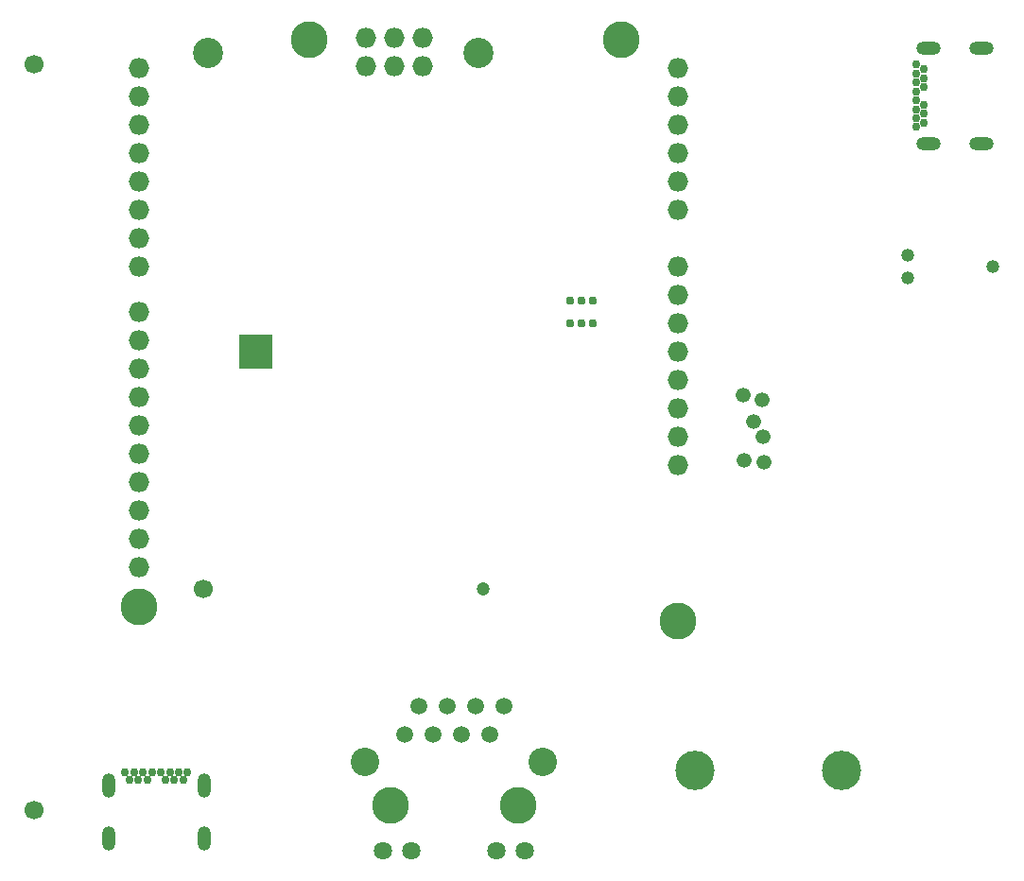
<source format=gbr>
G04 #@! TF.GenerationSoftware,KiCad,Pcbnew,6.0.1-79c1e3a40b~116~ubuntu20.04.1*
G04 #@! TF.CreationDate,2022-01-16T22:43:04+01:00*
G04 #@! TF.ProjectId,stm32mp1-custom-devboard,73746d33-326d-4703-912d-637573746f6d,V3.0*
G04 #@! TF.SameCoordinates,Original*
G04 #@! TF.FileFunction,Soldermask,Bot*
G04 #@! TF.FilePolarity,Negative*
%FSLAX46Y46*%
G04 Gerber Fmt 4.6, Leading zero omitted, Abs format (unit mm)*
G04 Created by KiCad (PCBNEW 6.0.1-79c1e3a40b~116~ubuntu20.04.1) date 2022-01-16 22:43:04*
%MOMM*%
%LPD*%
G01*
G04 APERTURE LIST*
G04 Aperture macros list*
%AMRoundRect*
0 Rectangle with rounded corners*
0 $1 Rounding radius*
0 $2 $3 $4 $5 $6 $7 $8 $9 X,Y pos of 4 corners*
0 Add a 4 corners polygon primitive as box body*
4,1,4,$2,$3,$4,$5,$6,$7,$8,$9,$2,$3,0*
0 Add four circle primitives for the rounded corners*
1,1,$1+$1,$2,$3*
1,1,$1+$1,$4,$5*
1,1,$1+$1,$6,$7*
1,1,$1+$1,$8,$9*
0 Add four rect primitives between the rounded corners*
20,1,$1+$1,$2,$3,$4,$5,0*
20,1,$1+$1,$4,$5,$6,$7,0*
20,1,$1+$1,$6,$7,$8,$9,0*
20,1,$1+$1,$8,$9,$2,$3,0*%
G04 Aperture macros list end*
%ADD10C,1.700000*%
%ADD11C,0.770000*%
%ADD12C,2.700000*%
%ADD13C,1.200000*%
%ADD14RoundRect,0.050000X-0.500000X0.500000X-0.500000X-0.500000X0.500000X-0.500000X0.500000X0.500000X0*%
%ADD15C,3.297860*%
%ADD16C,1.497000*%
%ADD17C,1.629080*%
%ADD18C,2.543480*%
%ADD19C,3.519200*%
%ADD20C,3.300000*%
%ADD21O,1.827200X1.827200*%
%ADD22C,1.330000*%
%ADD23C,0.750000*%
%ADD24O,1.203200X2.203200*%
%ADD25O,2.203200X1.203200*%
%ADD26C,1.190600*%
G04 APERTURE END LIST*
D10*
X124800000Y-68900000D03*
X124800000Y-135700000D03*
D11*
X172820000Y-90090000D03*
X174820000Y-90090000D03*
X172820000Y-92090000D03*
X173820000Y-90090000D03*
X174820000Y-92090000D03*
X173820000Y-92090000D03*
D12*
X140400000Y-67837500D03*
D10*
X140000000Y-115887500D03*
D12*
X164600000Y-67837500D03*
D13*
X165000000Y-115887500D03*
D14*
X145660000Y-93600000D03*
X144660000Y-94600000D03*
X143660000Y-94600000D03*
X143660000Y-95600000D03*
X143660000Y-93600000D03*
X144660000Y-95600000D03*
X145660000Y-95600000D03*
X144660000Y-93600000D03*
X145660000Y-94600000D03*
D15*
X156705000Y-135230000D03*
X168135000Y-135230000D03*
D16*
X157980080Y-128880000D03*
X159242460Y-126340000D03*
X160520080Y-128880000D03*
X161782460Y-126340000D03*
X163057540Y-128880000D03*
X164319920Y-126340000D03*
X165597540Y-128880000D03*
X166859920Y-126340000D03*
D17*
X156095400Y-139339720D03*
X158635400Y-139339720D03*
X166204600Y-139339720D03*
X168744600Y-139339720D03*
D18*
X154472340Y-131331100D03*
X170367660Y-131331100D03*
D19*
X183980000Y-132140000D03*
X197120000Y-132140000D03*
D20*
X177372500Y-66665000D03*
X149432500Y-66665000D03*
X134192500Y-117465000D03*
X182452500Y-118735000D03*
D21*
X182452500Y-97145000D03*
X182452500Y-94605000D03*
X154512500Y-66538000D03*
X182452500Y-81905000D03*
X182452500Y-79365000D03*
X182452500Y-76825000D03*
X182452500Y-74285000D03*
X182452500Y-71745000D03*
X182452500Y-69205000D03*
X134192500Y-108829000D03*
X182452500Y-104765000D03*
X134192500Y-69205000D03*
X134192500Y-71745000D03*
X134192500Y-74285000D03*
X134192500Y-76825000D03*
X134192500Y-79365000D03*
X134192500Y-81905000D03*
X134192500Y-84445000D03*
X134192500Y-86985000D03*
X134192500Y-91049000D03*
X134192500Y-93589000D03*
X134192500Y-96129000D03*
X134192500Y-98669000D03*
X134192500Y-101209000D03*
X134192500Y-103749000D03*
X134192500Y-106289000D03*
X182452500Y-92065000D03*
X182452500Y-89525000D03*
X159592500Y-66538000D03*
X182452500Y-102225000D03*
X154512500Y-69078000D03*
X157052500Y-66538000D03*
X182452500Y-99685000D03*
X159592500Y-69078000D03*
X157052500Y-69078000D03*
X134192500Y-113909000D03*
X134192500Y-111369000D03*
X182452500Y-86985000D03*
D22*
X190160000Y-104530000D03*
D23*
X138565000Y-132315000D03*
X138165000Y-133015000D03*
X137365000Y-133015000D03*
X136965000Y-132315000D03*
X136565000Y-133015000D03*
X136165000Y-132315000D03*
X135365000Y-132315000D03*
X134965000Y-133015000D03*
X134565000Y-132315000D03*
X134165000Y-133015000D03*
X133365000Y-133015000D03*
X132965000Y-132315000D03*
D24*
X131495000Y-133465000D03*
X140035000Y-133465000D03*
X140035000Y-138195000D03*
X131495000Y-138195000D03*
D23*
X133765000Y-132315000D03*
X137765000Y-132315000D03*
D22*
X188300000Y-98500000D03*
X189240000Y-100860000D03*
X190100000Y-102200000D03*
X189970000Y-98910000D03*
D23*
X203789992Y-68909991D03*
X204489992Y-69309991D03*
X204489992Y-70109991D03*
X203789992Y-70509991D03*
X204489992Y-70909991D03*
X203789992Y-71309991D03*
X203789992Y-72109991D03*
X204489992Y-72509991D03*
X203789992Y-72909991D03*
X204489992Y-73309991D03*
X204489992Y-74109991D03*
X203789992Y-74509991D03*
D25*
X204939992Y-75979991D03*
X204939992Y-67439991D03*
X209669992Y-67439991D03*
X209669992Y-75979991D03*
D23*
X203789992Y-73709991D03*
X203789992Y-69709991D03*
D26*
X210670000Y-87020000D03*
X203050000Y-86005000D03*
X203050000Y-88034999D03*
D22*
X188440000Y-104330000D03*
M02*

</source>
